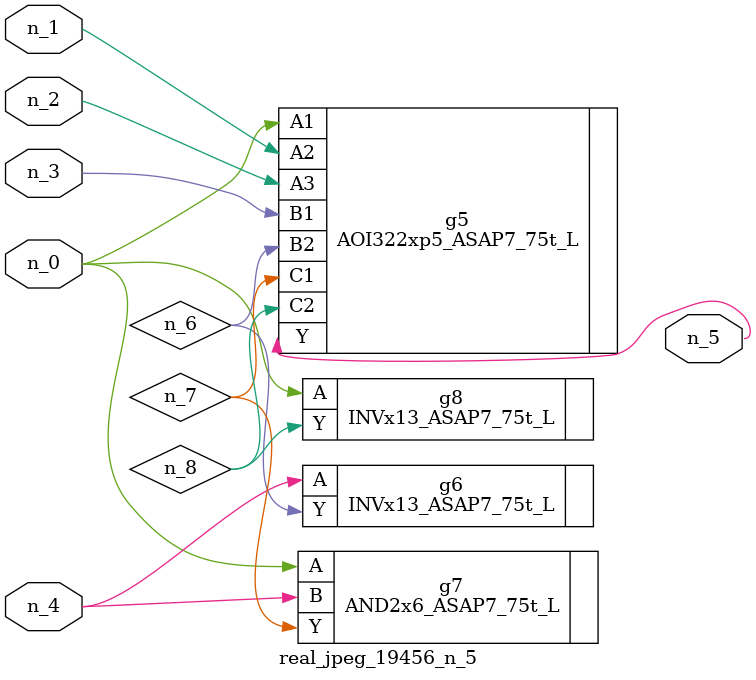
<source format=v>
module real_jpeg_19456_n_5 (n_4, n_0, n_1, n_2, n_3, n_5);

input n_4;
input n_0;
input n_1;
input n_2;
input n_3;

output n_5;

wire n_8;
wire n_6;
wire n_7;

AOI322xp5_ASAP7_75t_L g5 ( 
.A1(n_0),
.A2(n_1),
.A3(n_2),
.B1(n_3),
.B2(n_6),
.C1(n_7),
.C2(n_8),
.Y(n_5)
);

AND2x6_ASAP7_75t_L g7 ( 
.A(n_0),
.B(n_4),
.Y(n_7)
);

INVx13_ASAP7_75t_L g8 ( 
.A(n_0),
.Y(n_8)
);

INVx13_ASAP7_75t_L g6 ( 
.A(n_4),
.Y(n_6)
);


endmodule
</source>
